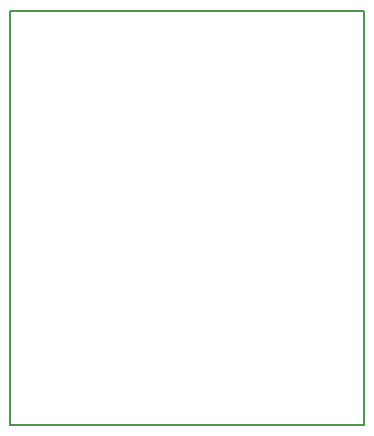
<source format=gbr>
G04 #@! TF.GenerationSoftware,KiCad,Pcbnew,(5.0.0)*
G04 #@! TF.CreationDate,2018-11-29T21:10:00+03:00*
G04 #@! TF.ProjectId,aks,616B732E6B696361645F706362000000,rev?*
G04 #@! TF.SameCoordinates,Original*
G04 #@! TF.FileFunction,Profile,NP*
%FSLAX46Y46*%
G04 Gerber Fmt 4.6, Leading zero omitted, Abs format (unit mm)*
G04 Created by KiCad (PCBNEW (5.0.0)) date 11/29/18 21:10:00*
%MOMM*%
%LPD*%
G01*
G04 APERTURE LIST*
%ADD10C,0.150000*%
G04 APERTURE END LIST*
D10*
X544000000Y-288500000D02*
X514000000Y-288500000D01*
X544000000Y-323500000D02*
X544000000Y-288500000D01*
X514000000Y-323500000D02*
X544000000Y-323500000D01*
X514000000Y-288500000D02*
X514000000Y-323500000D01*
M02*

</source>
